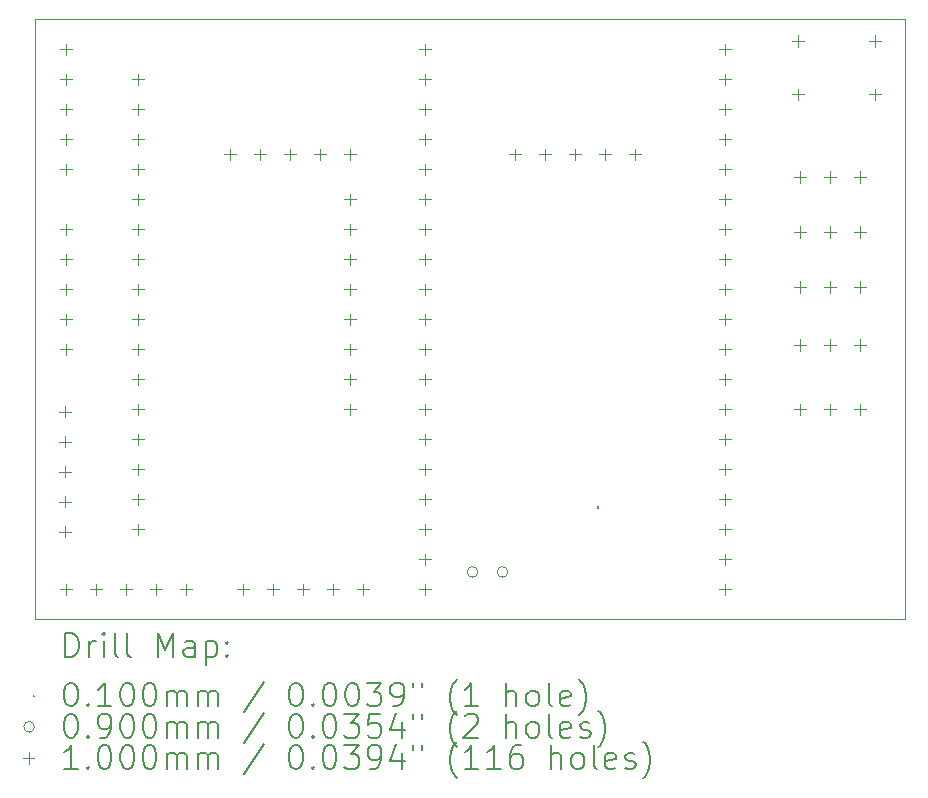
<source format=gbr>
%TF.GenerationSoftware,KiCad,Pcbnew,8.0.3*%
%TF.CreationDate,2024-07-02T19:52:40-05:00*%
%TF.ProjectId,lucidGloves,6c756369-6447-46c6-9f76-65732e6b6963,rev?*%
%TF.SameCoordinates,Original*%
%TF.FileFunction,Drillmap*%
%TF.FilePolarity,Positive*%
%FSLAX45Y45*%
G04 Gerber Fmt 4.5, Leading zero omitted, Abs format (unit mm)*
G04 Created by KiCad (PCBNEW 8.0.3) date 2024-07-02 19:52:40*
%MOMM*%
%LPD*%
G01*
G04 APERTURE LIST*
%ADD10C,0.100000*%
%ADD11C,0.200000*%
G04 APERTURE END LIST*
D10*
X14351000Y-5080000D02*
X21717000Y-5080000D01*
X21717000Y-10160000D01*
X14351000Y-10160000D01*
X14351000Y-5080000D01*
D11*
D10*
X19108500Y-9202500D02*
X19118500Y-9212500D01*
X19118500Y-9202500D02*
X19108500Y-9212500D01*
X18098229Y-9757549D02*
G75*
G02*
X18008229Y-9757549I-45000J0D01*
G01*
X18008229Y-9757549D02*
G75*
G02*
X18098229Y-9757549I45000J0D01*
G01*
X18352229Y-9757549D02*
G75*
G02*
X18262229Y-9757549I-45000J0D01*
G01*
X18262229Y-9757549D02*
G75*
G02*
X18352229Y-9757549I45000J0D01*
G01*
X14607500Y-8350000D02*
X14607500Y-8450000D01*
X14557500Y-8400000D02*
X14657500Y-8400000D01*
X14607500Y-8604000D02*
X14607500Y-8704000D01*
X14557500Y-8654000D02*
X14657500Y-8654000D01*
X14607500Y-8858000D02*
X14607500Y-8958000D01*
X14557500Y-8908000D02*
X14657500Y-8908000D01*
X14607500Y-9112000D02*
X14607500Y-9212000D01*
X14557500Y-9162000D02*
X14657500Y-9162000D01*
X14607500Y-9366000D02*
X14607500Y-9466000D01*
X14557500Y-9416000D02*
X14657500Y-9416000D01*
X14610000Y-5284000D02*
X14610000Y-5384000D01*
X14560000Y-5334000D02*
X14660000Y-5334000D01*
X14610000Y-5538000D02*
X14610000Y-5638000D01*
X14560000Y-5588000D02*
X14660000Y-5588000D01*
X14610000Y-5792000D02*
X14610000Y-5892000D01*
X14560000Y-5842000D02*
X14660000Y-5842000D01*
X14610000Y-6046000D02*
X14610000Y-6146000D01*
X14560000Y-6096000D02*
X14660000Y-6096000D01*
X14610000Y-6300000D02*
X14610000Y-6400000D01*
X14560000Y-6350000D02*
X14660000Y-6350000D01*
X14610000Y-6808000D02*
X14610000Y-6908000D01*
X14560000Y-6858000D02*
X14660000Y-6858000D01*
X14610000Y-7062000D02*
X14610000Y-7162000D01*
X14560000Y-7112000D02*
X14660000Y-7112000D01*
X14610000Y-7316000D02*
X14610000Y-7416000D01*
X14560000Y-7366000D02*
X14660000Y-7366000D01*
X14610000Y-7570000D02*
X14610000Y-7670000D01*
X14560000Y-7620000D02*
X14660000Y-7620000D01*
X14610000Y-7824000D02*
X14610000Y-7924000D01*
X14560000Y-7874000D02*
X14660000Y-7874000D01*
X14610000Y-9856000D02*
X14610000Y-9956000D01*
X14560000Y-9906000D02*
X14660000Y-9906000D01*
X14864000Y-9856000D02*
X14864000Y-9956000D01*
X14814000Y-9906000D02*
X14914000Y-9906000D01*
X15118000Y-9856000D02*
X15118000Y-9956000D01*
X15068000Y-9906000D02*
X15168000Y-9906000D01*
X15224000Y-5538000D02*
X15224000Y-5638000D01*
X15174000Y-5588000D02*
X15274000Y-5588000D01*
X15224000Y-5792000D02*
X15224000Y-5892000D01*
X15174000Y-5842000D02*
X15274000Y-5842000D01*
X15224000Y-6046000D02*
X15224000Y-6146000D01*
X15174000Y-6096000D02*
X15274000Y-6096000D01*
X15224000Y-6300000D02*
X15224000Y-6400000D01*
X15174000Y-6350000D02*
X15274000Y-6350000D01*
X15224000Y-6554000D02*
X15224000Y-6654000D01*
X15174000Y-6604000D02*
X15274000Y-6604000D01*
X15224000Y-6808000D02*
X15224000Y-6908000D01*
X15174000Y-6858000D02*
X15274000Y-6858000D01*
X15224000Y-7062000D02*
X15224000Y-7162000D01*
X15174000Y-7112000D02*
X15274000Y-7112000D01*
X15224000Y-7316000D02*
X15224000Y-7416000D01*
X15174000Y-7366000D02*
X15274000Y-7366000D01*
X15224000Y-7570000D02*
X15224000Y-7670000D01*
X15174000Y-7620000D02*
X15274000Y-7620000D01*
X15224000Y-7824000D02*
X15224000Y-7924000D01*
X15174000Y-7874000D02*
X15274000Y-7874000D01*
X15224000Y-8078000D02*
X15224000Y-8178000D01*
X15174000Y-8128000D02*
X15274000Y-8128000D01*
X15224000Y-8332000D02*
X15224000Y-8432000D01*
X15174000Y-8382000D02*
X15274000Y-8382000D01*
X15224000Y-8586000D02*
X15224000Y-8686000D01*
X15174000Y-8636000D02*
X15274000Y-8636000D01*
X15224000Y-8840000D02*
X15224000Y-8940000D01*
X15174000Y-8890000D02*
X15274000Y-8890000D01*
X15224000Y-9094000D02*
X15224000Y-9194000D01*
X15174000Y-9144000D02*
X15274000Y-9144000D01*
X15224000Y-9348000D02*
X15224000Y-9448000D01*
X15174000Y-9398000D02*
X15274000Y-9398000D01*
X15372000Y-9856000D02*
X15372000Y-9956000D01*
X15322000Y-9906000D02*
X15422000Y-9906000D01*
X15626000Y-9856000D02*
X15626000Y-9956000D01*
X15576000Y-9906000D02*
X15676000Y-9906000D01*
X16002000Y-6173000D02*
X16002000Y-6273000D01*
X15952000Y-6223000D02*
X16052000Y-6223000D01*
X16112000Y-9856000D02*
X16112000Y-9956000D01*
X16062000Y-9906000D02*
X16162000Y-9906000D01*
X16256000Y-6173000D02*
X16256000Y-6273000D01*
X16206000Y-6223000D02*
X16306000Y-6223000D01*
X16366000Y-9856000D02*
X16366000Y-9956000D01*
X16316000Y-9906000D02*
X16416000Y-9906000D01*
X16510000Y-6173000D02*
X16510000Y-6273000D01*
X16460000Y-6223000D02*
X16560000Y-6223000D01*
X16620000Y-9856000D02*
X16620000Y-9956000D01*
X16570000Y-9906000D02*
X16670000Y-9906000D01*
X16764000Y-6173000D02*
X16764000Y-6273000D01*
X16714000Y-6223000D02*
X16814000Y-6223000D01*
X16874000Y-9856000D02*
X16874000Y-9956000D01*
X16824000Y-9906000D02*
X16924000Y-9906000D01*
X17018000Y-6173000D02*
X17018000Y-6273000D01*
X16968000Y-6223000D02*
X17068000Y-6223000D01*
X17018000Y-6554000D02*
X17018000Y-6654000D01*
X16968000Y-6604000D02*
X17068000Y-6604000D01*
X17018000Y-6808000D02*
X17018000Y-6908000D01*
X16968000Y-6858000D02*
X17068000Y-6858000D01*
X17018000Y-7062000D02*
X17018000Y-7162000D01*
X16968000Y-7112000D02*
X17068000Y-7112000D01*
X17018000Y-7316000D02*
X17018000Y-7416000D01*
X16968000Y-7366000D02*
X17068000Y-7366000D01*
X17018000Y-7570000D02*
X17018000Y-7670000D01*
X16968000Y-7620000D02*
X17068000Y-7620000D01*
X17018000Y-7824000D02*
X17018000Y-7924000D01*
X16968000Y-7874000D02*
X17068000Y-7874000D01*
X17018000Y-8078000D02*
X17018000Y-8178000D01*
X16968000Y-8128000D02*
X17068000Y-8128000D01*
X17018000Y-8332000D02*
X17018000Y-8432000D01*
X16968000Y-8382000D02*
X17068000Y-8382000D01*
X17128000Y-9856000D02*
X17128000Y-9956000D01*
X17078000Y-9906000D02*
X17178000Y-9906000D01*
X17655500Y-5284000D02*
X17655500Y-5384000D01*
X17605500Y-5334000D02*
X17705500Y-5334000D01*
X17655500Y-5538000D02*
X17655500Y-5638000D01*
X17605500Y-5588000D02*
X17705500Y-5588000D01*
X17655500Y-5792000D02*
X17655500Y-5892000D01*
X17605500Y-5842000D02*
X17705500Y-5842000D01*
X17655500Y-6046000D02*
X17655500Y-6146000D01*
X17605500Y-6096000D02*
X17705500Y-6096000D01*
X17655500Y-6300000D02*
X17655500Y-6400000D01*
X17605500Y-6350000D02*
X17705500Y-6350000D01*
X17655500Y-6554000D02*
X17655500Y-6654000D01*
X17605500Y-6604000D02*
X17705500Y-6604000D01*
X17655500Y-6808000D02*
X17655500Y-6908000D01*
X17605500Y-6858000D02*
X17705500Y-6858000D01*
X17655500Y-7062000D02*
X17655500Y-7162000D01*
X17605500Y-7112000D02*
X17705500Y-7112000D01*
X17655500Y-7316000D02*
X17655500Y-7416000D01*
X17605500Y-7366000D02*
X17705500Y-7366000D01*
X17655500Y-7570000D02*
X17655500Y-7670000D01*
X17605500Y-7620000D02*
X17705500Y-7620000D01*
X17655500Y-7824000D02*
X17655500Y-7924000D01*
X17605500Y-7874000D02*
X17705500Y-7874000D01*
X17655500Y-8078000D02*
X17655500Y-8178000D01*
X17605500Y-8128000D02*
X17705500Y-8128000D01*
X17655500Y-8332000D02*
X17655500Y-8432000D01*
X17605500Y-8382000D02*
X17705500Y-8382000D01*
X17655500Y-8586000D02*
X17655500Y-8686000D01*
X17605500Y-8636000D02*
X17705500Y-8636000D01*
X17655500Y-8840000D02*
X17655500Y-8940000D01*
X17605500Y-8890000D02*
X17705500Y-8890000D01*
X17655500Y-9094000D02*
X17655500Y-9194000D01*
X17605500Y-9144000D02*
X17705500Y-9144000D01*
X17655500Y-9348000D02*
X17655500Y-9448000D01*
X17605500Y-9398000D02*
X17705500Y-9398000D01*
X17655500Y-9602000D02*
X17655500Y-9702000D01*
X17605500Y-9652000D02*
X17705500Y-9652000D01*
X17655500Y-9856000D02*
X17655500Y-9956000D01*
X17605500Y-9906000D02*
X17705500Y-9906000D01*
X18415500Y-6173000D02*
X18415500Y-6273000D01*
X18365500Y-6223000D02*
X18465500Y-6223000D01*
X18669500Y-6173000D02*
X18669500Y-6273000D01*
X18619500Y-6223000D02*
X18719500Y-6223000D01*
X18923500Y-6173000D02*
X18923500Y-6273000D01*
X18873500Y-6223000D02*
X18973500Y-6223000D01*
X19177500Y-6173000D02*
X19177500Y-6273000D01*
X19127500Y-6223000D02*
X19227500Y-6223000D01*
X19431500Y-6173000D02*
X19431500Y-6273000D01*
X19381500Y-6223000D02*
X19481500Y-6223000D01*
X20193000Y-5284000D02*
X20193000Y-5384000D01*
X20143000Y-5334000D02*
X20243000Y-5334000D01*
X20193000Y-5538000D02*
X20193000Y-5638000D01*
X20143000Y-5588000D02*
X20243000Y-5588000D01*
X20193000Y-5792000D02*
X20193000Y-5892000D01*
X20143000Y-5842000D02*
X20243000Y-5842000D01*
X20193000Y-6046000D02*
X20193000Y-6146000D01*
X20143000Y-6096000D02*
X20243000Y-6096000D01*
X20193000Y-6300000D02*
X20193000Y-6400000D01*
X20143000Y-6350000D02*
X20243000Y-6350000D01*
X20193000Y-6554000D02*
X20193000Y-6654000D01*
X20143000Y-6604000D02*
X20243000Y-6604000D01*
X20193000Y-6808000D02*
X20193000Y-6908000D01*
X20143000Y-6858000D02*
X20243000Y-6858000D01*
X20193000Y-7062000D02*
X20193000Y-7162000D01*
X20143000Y-7112000D02*
X20243000Y-7112000D01*
X20193000Y-7316000D02*
X20193000Y-7416000D01*
X20143000Y-7366000D02*
X20243000Y-7366000D01*
X20193000Y-7570000D02*
X20193000Y-7670000D01*
X20143000Y-7620000D02*
X20243000Y-7620000D01*
X20193000Y-7824000D02*
X20193000Y-7924000D01*
X20143000Y-7874000D02*
X20243000Y-7874000D01*
X20193000Y-8078000D02*
X20193000Y-8178000D01*
X20143000Y-8128000D02*
X20243000Y-8128000D01*
X20193000Y-8332000D02*
X20193000Y-8432000D01*
X20143000Y-8382000D02*
X20243000Y-8382000D01*
X20193000Y-8586000D02*
X20193000Y-8686000D01*
X20143000Y-8636000D02*
X20243000Y-8636000D01*
X20193000Y-8840000D02*
X20193000Y-8940000D01*
X20143000Y-8890000D02*
X20243000Y-8890000D01*
X20193000Y-9094000D02*
X20193000Y-9194000D01*
X20143000Y-9144000D02*
X20243000Y-9144000D01*
X20193000Y-9348000D02*
X20193000Y-9448000D01*
X20143000Y-9398000D02*
X20243000Y-9398000D01*
X20193000Y-9602000D02*
X20193000Y-9702000D01*
X20143000Y-9652000D02*
X20243000Y-9652000D01*
X20193000Y-9856000D02*
X20193000Y-9956000D01*
X20143000Y-9906000D02*
X20243000Y-9906000D01*
X20813000Y-5215000D02*
X20813000Y-5315000D01*
X20763000Y-5265000D02*
X20863000Y-5265000D01*
X20813000Y-5665000D02*
X20813000Y-5765000D01*
X20763000Y-5715000D02*
X20863000Y-5715000D01*
X20828000Y-6367000D02*
X20828000Y-6467000D01*
X20778000Y-6417000D02*
X20878000Y-6417000D01*
X20828000Y-6832000D02*
X20828000Y-6932000D01*
X20778000Y-6882000D02*
X20878000Y-6882000D01*
X20828000Y-7297000D02*
X20828000Y-7397000D01*
X20778000Y-7347000D02*
X20878000Y-7347000D01*
X20828000Y-7787500D02*
X20828000Y-7887500D01*
X20778000Y-7837500D02*
X20878000Y-7837500D01*
X20828000Y-8332000D02*
X20828000Y-8432000D01*
X20778000Y-8382000D02*
X20878000Y-8382000D01*
X21082000Y-6367000D02*
X21082000Y-6467000D01*
X21032000Y-6417000D02*
X21132000Y-6417000D01*
X21082000Y-6832000D02*
X21082000Y-6932000D01*
X21032000Y-6882000D02*
X21132000Y-6882000D01*
X21082000Y-7297000D02*
X21082000Y-7397000D01*
X21032000Y-7347000D02*
X21132000Y-7347000D01*
X21082000Y-7787500D02*
X21082000Y-7887500D01*
X21032000Y-7837500D02*
X21132000Y-7837500D01*
X21082000Y-8332000D02*
X21082000Y-8432000D01*
X21032000Y-8382000D02*
X21132000Y-8382000D01*
X21336000Y-6367000D02*
X21336000Y-6467000D01*
X21286000Y-6417000D02*
X21386000Y-6417000D01*
X21336000Y-6832000D02*
X21336000Y-6932000D01*
X21286000Y-6882000D02*
X21386000Y-6882000D01*
X21336000Y-7297000D02*
X21336000Y-7397000D01*
X21286000Y-7347000D02*
X21386000Y-7347000D01*
X21336000Y-7787500D02*
X21336000Y-7887500D01*
X21286000Y-7837500D02*
X21386000Y-7837500D01*
X21336000Y-8332000D02*
X21336000Y-8432000D01*
X21286000Y-8382000D02*
X21386000Y-8382000D01*
X21463000Y-5215000D02*
X21463000Y-5315000D01*
X21413000Y-5265000D02*
X21513000Y-5265000D01*
X21463000Y-5665000D02*
X21463000Y-5765000D01*
X21413000Y-5715000D02*
X21513000Y-5715000D01*
D11*
X14606777Y-10476484D02*
X14606777Y-10276484D01*
X14606777Y-10276484D02*
X14654396Y-10276484D01*
X14654396Y-10276484D02*
X14682967Y-10286008D01*
X14682967Y-10286008D02*
X14702015Y-10305055D01*
X14702015Y-10305055D02*
X14711539Y-10324103D01*
X14711539Y-10324103D02*
X14721062Y-10362198D01*
X14721062Y-10362198D02*
X14721062Y-10390770D01*
X14721062Y-10390770D02*
X14711539Y-10428865D01*
X14711539Y-10428865D02*
X14702015Y-10447912D01*
X14702015Y-10447912D02*
X14682967Y-10466960D01*
X14682967Y-10466960D02*
X14654396Y-10476484D01*
X14654396Y-10476484D02*
X14606777Y-10476484D01*
X14806777Y-10476484D02*
X14806777Y-10343150D01*
X14806777Y-10381246D02*
X14816301Y-10362198D01*
X14816301Y-10362198D02*
X14825824Y-10352674D01*
X14825824Y-10352674D02*
X14844872Y-10343150D01*
X14844872Y-10343150D02*
X14863920Y-10343150D01*
X14930586Y-10476484D02*
X14930586Y-10343150D01*
X14930586Y-10276484D02*
X14921062Y-10286008D01*
X14921062Y-10286008D02*
X14930586Y-10295531D01*
X14930586Y-10295531D02*
X14940110Y-10286008D01*
X14940110Y-10286008D02*
X14930586Y-10276484D01*
X14930586Y-10276484D02*
X14930586Y-10295531D01*
X15054396Y-10476484D02*
X15035348Y-10466960D01*
X15035348Y-10466960D02*
X15025824Y-10447912D01*
X15025824Y-10447912D02*
X15025824Y-10276484D01*
X15159158Y-10476484D02*
X15140110Y-10466960D01*
X15140110Y-10466960D02*
X15130586Y-10447912D01*
X15130586Y-10447912D02*
X15130586Y-10276484D01*
X15387729Y-10476484D02*
X15387729Y-10276484D01*
X15387729Y-10276484D02*
X15454396Y-10419341D01*
X15454396Y-10419341D02*
X15521062Y-10276484D01*
X15521062Y-10276484D02*
X15521062Y-10476484D01*
X15702015Y-10476484D02*
X15702015Y-10371722D01*
X15702015Y-10371722D02*
X15692491Y-10352674D01*
X15692491Y-10352674D02*
X15673443Y-10343150D01*
X15673443Y-10343150D02*
X15635348Y-10343150D01*
X15635348Y-10343150D02*
X15616301Y-10352674D01*
X15702015Y-10466960D02*
X15682967Y-10476484D01*
X15682967Y-10476484D02*
X15635348Y-10476484D01*
X15635348Y-10476484D02*
X15616301Y-10466960D01*
X15616301Y-10466960D02*
X15606777Y-10447912D01*
X15606777Y-10447912D02*
X15606777Y-10428865D01*
X15606777Y-10428865D02*
X15616301Y-10409817D01*
X15616301Y-10409817D02*
X15635348Y-10400293D01*
X15635348Y-10400293D02*
X15682967Y-10400293D01*
X15682967Y-10400293D02*
X15702015Y-10390770D01*
X15797253Y-10343150D02*
X15797253Y-10543150D01*
X15797253Y-10352674D02*
X15816301Y-10343150D01*
X15816301Y-10343150D02*
X15854396Y-10343150D01*
X15854396Y-10343150D02*
X15873443Y-10352674D01*
X15873443Y-10352674D02*
X15882967Y-10362198D01*
X15882967Y-10362198D02*
X15892491Y-10381246D01*
X15892491Y-10381246D02*
X15892491Y-10438389D01*
X15892491Y-10438389D02*
X15882967Y-10457436D01*
X15882967Y-10457436D02*
X15873443Y-10466960D01*
X15873443Y-10466960D02*
X15854396Y-10476484D01*
X15854396Y-10476484D02*
X15816301Y-10476484D01*
X15816301Y-10476484D02*
X15797253Y-10466960D01*
X15978205Y-10457436D02*
X15987729Y-10466960D01*
X15987729Y-10466960D02*
X15978205Y-10476484D01*
X15978205Y-10476484D02*
X15968682Y-10466960D01*
X15968682Y-10466960D02*
X15978205Y-10457436D01*
X15978205Y-10457436D02*
X15978205Y-10476484D01*
X15978205Y-10352674D02*
X15987729Y-10362198D01*
X15987729Y-10362198D02*
X15978205Y-10371722D01*
X15978205Y-10371722D02*
X15968682Y-10362198D01*
X15968682Y-10362198D02*
X15978205Y-10352674D01*
X15978205Y-10352674D02*
X15978205Y-10371722D01*
D10*
X14336000Y-10800000D02*
X14346000Y-10810000D01*
X14346000Y-10800000D02*
X14336000Y-10810000D01*
D11*
X14644872Y-10696484D02*
X14663920Y-10696484D01*
X14663920Y-10696484D02*
X14682967Y-10706008D01*
X14682967Y-10706008D02*
X14692491Y-10715531D01*
X14692491Y-10715531D02*
X14702015Y-10734579D01*
X14702015Y-10734579D02*
X14711539Y-10772674D01*
X14711539Y-10772674D02*
X14711539Y-10820293D01*
X14711539Y-10820293D02*
X14702015Y-10858389D01*
X14702015Y-10858389D02*
X14692491Y-10877436D01*
X14692491Y-10877436D02*
X14682967Y-10886960D01*
X14682967Y-10886960D02*
X14663920Y-10896484D01*
X14663920Y-10896484D02*
X14644872Y-10896484D01*
X14644872Y-10896484D02*
X14625824Y-10886960D01*
X14625824Y-10886960D02*
X14616301Y-10877436D01*
X14616301Y-10877436D02*
X14606777Y-10858389D01*
X14606777Y-10858389D02*
X14597253Y-10820293D01*
X14597253Y-10820293D02*
X14597253Y-10772674D01*
X14597253Y-10772674D02*
X14606777Y-10734579D01*
X14606777Y-10734579D02*
X14616301Y-10715531D01*
X14616301Y-10715531D02*
X14625824Y-10706008D01*
X14625824Y-10706008D02*
X14644872Y-10696484D01*
X14797253Y-10877436D02*
X14806777Y-10886960D01*
X14806777Y-10886960D02*
X14797253Y-10896484D01*
X14797253Y-10896484D02*
X14787729Y-10886960D01*
X14787729Y-10886960D02*
X14797253Y-10877436D01*
X14797253Y-10877436D02*
X14797253Y-10896484D01*
X14997253Y-10896484D02*
X14882967Y-10896484D01*
X14940110Y-10896484D02*
X14940110Y-10696484D01*
X14940110Y-10696484D02*
X14921062Y-10725055D01*
X14921062Y-10725055D02*
X14902015Y-10744103D01*
X14902015Y-10744103D02*
X14882967Y-10753627D01*
X15121062Y-10696484D02*
X15140110Y-10696484D01*
X15140110Y-10696484D02*
X15159158Y-10706008D01*
X15159158Y-10706008D02*
X15168682Y-10715531D01*
X15168682Y-10715531D02*
X15178205Y-10734579D01*
X15178205Y-10734579D02*
X15187729Y-10772674D01*
X15187729Y-10772674D02*
X15187729Y-10820293D01*
X15187729Y-10820293D02*
X15178205Y-10858389D01*
X15178205Y-10858389D02*
X15168682Y-10877436D01*
X15168682Y-10877436D02*
X15159158Y-10886960D01*
X15159158Y-10886960D02*
X15140110Y-10896484D01*
X15140110Y-10896484D02*
X15121062Y-10896484D01*
X15121062Y-10896484D02*
X15102015Y-10886960D01*
X15102015Y-10886960D02*
X15092491Y-10877436D01*
X15092491Y-10877436D02*
X15082967Y-10858389D01*
X15082967Y-10858389D02*
X15073443Y-10820293D01*
X15073443Y-10820293D02*
X15073443Y-10772674D01*
X15073443Y-10772674D02*
X15082967Y-10734579D01*
X15082967Y-10734579D02*
X15092491Y-10715531D01*
X15092491Y-10715531D02*
X15102015Y-10706008D01*
X15102015Y-10706008D02*
X15121062Y-10696484D01*
X15311539Y-10696484D02*
X15330586Y-10696484D01*
X15330586Y-10696484D02*
X15349634Y-10706008D01*
X15349634Y-10706008D02*
X15359158Y-10715531D01*
X15359158Y-10715531D02*
X15368682Y-10734579D01*
X15368682Y-10734579D02*
X15378205Y-10772674D01*
X15378205Y-10772674D02*
X15378205Y-10820293D01*
X15378205Y-10820293D02*
X15368682Y-10858389D01*
X15368682Y-10858389D02*
X15359158Y-10877436D01*
X15359158Y-10877436D02*
X15349634Y-10886960D01*
X15349634Y-10886960D02*
X15330586Y-10896484D01*
X15330586Y-10896484D02*
X15311539Y-10896484D01*
X15311539Y-10896484D02*
X15292491Y-10886960D01*
X15292491Y-10886960D02*
X15282967Y-10877436D01*
X15282967Y-10877436D02*
X15273443Y-10858389D01*
X15273443Y-10858389D02*
X15263920Y-10820293D01*
X15263920Y-10820293D02*
X15263920Y-10772674D01*
X15263920Y-10772674D02*
X15273443Y-10734579D01*
X15273443Y-10734579D02*
X15282967Y-10715531D01*
X15282967Y-10715531D02*
X15292491Y-10706008D01*
X15292491Y-10706008D02*
X15311539Y-10696484D01*
X15463920Y-10896484D02*
X15463920Y-10763150D01*
X15463920Y-10782198D02*
X15473443Y-10772674D01*
X15473443Y-10772674D02*
X15492491Y-10763150D01*
X15492491Y-10763150D02*
X15521063Y-10763150D01*
X15521063Y-10763150D02*
X15540110Y-10772674D01*
X15540110Y-10772674D02*
X15549634Y-10791722D01*
X15549634Y-10791722D02*
X15549634Y-10896484D01*
X15549634Y-10791722D02*
X15559158Y-10772674D01*
X15559158Y-10772674D02*
X15578205Y-10763150D01*
X15578205Y-10763150D02*
X15606777Y-10763150D01*
X15606777Y-10763150D02*
X15625824Y-10772674D01*
X15625824Y-10772674D02*
X15635348Y-10791722D01*
X15635348Y-10791722D02*
X15635348Y-10896484D01*
X15730586Y-10896484D02*
X15730586Y-10763150D01*
X15730586Y-10782198D02*
X15740110Y-10772674D01*
X15740110Y-10772674D02*
X15759158Y-10763150D01*
X15759158Y-10763150D02*
X15787729Y-10763150D01*
X15787729Y-10763150D02*
X15806777Y-10772674D01*
X15806777Y-10772674D02*
X15816301Y-10791722D01*
X15816301Y-10791722D02*
X15816301Y-10896484D01*
X15816301Y-10791722D02*
X15825824Y-10772674D01*
X15825824Y-10772674D02*
X15844872Y-10763150D01*
X15844872Y-10763150D02*
X15873443Y-10763150D01*
X15873443Y-10763150D02*
X15892491Y-10772674D01*
X15892491Y-10772674D02*
X15902015Y-10791722D01*
X15902015Y-10791722D02*
X15902015Y-10896484D01*
X16292491Y-10686960D02*
X16121063Y-10944103D01*
X16549634Y-10696484D02*
X16568682Y-10696484D01*
X16568682Y-10696484D02*
X16587729Y-10706008D01*
X16587729Y-10706008D02*
X16597253Y-10715531D01*
X16597253Y-10715531D02*
X16606777Y-10734579D01*
X16606777Y-10734579D02*
X16616301Y-10772674D01*
X16616301Y-10772674D02*
X16616301Y-10820293D01*
X16616301Y-10820293D02*
X16606777Y-10858389D01*
X16606777Y-10858389D02*
X16597253Y-10877436D01*
X16597253Y-10877436D02*
X16587729Y-10886960D01*
X16587729Y-10886960D02*
X16568682Y-10896484D01*
X16568682Y-10896484D02*
X16549634Y-10896484D01*
X16549634Y-10896484D02*
X16530586Y-10886960D01*
X16530586Y-10886960D02*
X16521063Y-10877436D01*
X16521063Y-10877436D02*
X16511539Y-10858389D01*
X16511539Y-10858389D02*
X16502015Y-10820293D01*
X16502015Y-10820293D02*
X16502015Y-10772674D01*
X16502015Y-10772674D02*
X16511539Y-10734579D01*
X16511539Y-10734579D02*
X16521063Y-10715531D01*
X16521063Y-10715531D02*
X16530586Y-10706008D01*
X16530586Y-10706008D02*
X16549634Y-10696484D01*
X16702015Y-10877436D02*
X16711539Y-10886960D01*
X16711539Y-10886960D02*
X16702015Y-10896484D01*
X16702015Y-10896484D02*
X16692491Y-10886960D01*
X16692491Y-10886960D02*
X16702015Y-10877436D01*
X16702015Y-10877436D02*
X16702015Y-10896484D01*
X16835348Y-10696484D02*
X16854396Y-10696484D01*
X16854396Y-10696484D02*
X16873444Y-10706008D01*
X16873444Y-10706008D02*
X16882968Y-10715531D01*
X16882968Y-10715531D02*
X16892491Y-10734579D01*
X16892491Y-10734579D02*
X16902015Y-10772674D01*
X16902015Y-10772674D02*
X16902015Y-10820293D01*
X16902015Y-10820293D02*
X16892491Y-10858389D01*
X16892491Y-10858389D02*
X16882968Y-10877436D01*
X16882968Y-10877436D02*
X16873444Y-10886960D01*
X16873444Y-10886960D02*
X16854396Y-10896484D01*
X16854396Y-10896484D02*
X16835348Y-10896484D01*
X16835348Y-10896484D02*
X16816301Y-10886960D01*
X16816301Y-10886960D02*
X16806777Y-10877436D01*
X16806777Y-10877436D02*
X16797253Y-10858389D01*
X16797253Y-10858389D02*
X16787729Y-10820293D01*
X16787729Y-10820293D02*
X16787729Y-10772674D01*
X16787729Y-10772674D02*
X16797253Y-10734579D01*
X16797253Y-10734579D02*
X16806777Y-10715531D01*
X16806777Y-10715531D02*
X16816301Y-10706008D01*
X16816301Y-10706008D02*
X16835348Y-10696484D01*
X17025825Y-10696484D02*
X17044872Y-10696484D01*
X17044872Y-10696484D02*
X17063920Y-10706008D01*
X17063920Y-10706008D02*
X17073444Y-10715531D01*
X17073444Y-10715531D02*
X17082968Y-10734579D01*
X17082968Y-10734579D02*
X17092491Y-10772674D01*
X17092491Y-10772674D02*
X17092491Y-10820293D01*
X17092491Y-10820293D02*
X17082968Y-10858389D01*
X17082968Y-10858389D02*
X17073444Y-10877436D01*
X17073444Y-10877436D02*
X17063920Y-10886960D01*
X17063920Y-10886960D02*
X17044872Y-10896484D01*
X17044872Y-10896484D02*
X17025825Y-10896484D01*
X17025825Y-10896484D02*
X17006777Y-10886960D01*
X17006777Y-10886960D02*
X16997253Y-10877436D01*
X16997253Y-10877436D02*
X16987729Y-10858389D01*
X16987729Y-10858389D02*
X16978206Y-10820293D01*
X16978206Y-10820293D02*
X16978206Y-10772674D01*
X16978206Y-10772674D02*
X16987729Y-10734579D01*
X16987729Y-10734579D02*
X16997253Y-10715531D01*
X16997253Y-10715531D02*
X17006777Y-10706008D01*
X17006777Y-10706008D02*
X17025825Y-10696484D01*
X17159158Y-10696484D02*
X17282968Y-10696484D01*
X17282968Y-10696484D02*
X17216301Y-10772674D01*
X17216301Y-10772674D02*
X17244872Y-10772674D01*
X17244872Y-10772674D02*
X17263920Y-10782198D01*
X17263920Y-10782198D02*
X17273444Y-10791722D01*
X17273444Y-10791722D02*
X17282968Y-10810770D01*
X17282968Y-10810770D02*
X17282968Y-10858389D01*
X17282968Y-10858389D02*
X17273444Y-10877436D01*
X17273444Y-10877436D02*
X17263920Y-10886960D01*
X17263920Y-10886960D02*
X17244872Y-10896484D01*
X17244872Y-10896484D02*
X17187729Y-10896484D01*
X17187729Y-10896484D02*
X17168682Y-10886960D01*
X17168682Y-10886960D02*
X17159158Y-10877436D01*
X17378206Y-10896484D02*
X17416301Y-10896484D01*
X17416301Y-10896484D02*
X17435349Y-10886960D01*
X17435349Y-10886960D02*
X17444872Y-10877436D01*
X17444872Y-10877436D02*
X17463920Y-10848865D01*
X17463920Y-10848865D02*
X17473444Y-10810770D01*
X17473444Y-10810770D02*
X17473444Y-10734579D01*
X17473444Y-10734579D02*
X17463920Y-10715531D01*
X17463920Y-10715531D02*
X17454396Y-10706008D01*
X17454396Y-10706008D02*
X17435349Y-10696484D01*
X17435349Y-10696484D02*
X17397253Y-10696484D01*
X17397253Y-10696484D02*
X17378206Y-10706008D01*
X17378206Y-10706008D02*
X17368682Y-10715531D01*
X17368682Y-10715531D02*
X17359158Y-10734579D01*
X17359158Y-10734579D02*
X17359158Y-10782198D01*
X17359158Y-10782198D02*
X17368682Y-10801246D01*
X17368682Y-10801246D02*
X17378206Y-10810770D01*
X17378206Y-10810770D02*
X17397253Y-10820293D01*
X17397253Y-10820293D02*
X17435349Y-10820293D01*
X17435349Y-10820293D02*
X17454396Y-10810770D01*
X17454396Y-10810770D02*
X17463920Y-10801246D01*
X17463920Y-10801246D02*
X17473444Y-10782198D01*
X17549634Y-10696484D02*
X17549634Y-10734579D01*
X17625825Y-10696484D02*
X17625825Y-10734579D01*
X17921063Y-10972674D02*
X17911539Y-10963150D01*
X17911539Y-10963150D02*
X17892491Y-10934579D01*
X17892491Y-10934579D02*
X17882968Y-10915531D01*
X17882968Y-10915531D02*
X17873444Y-10886960D01*
X17873444Y-10886960D02*
X17863920Y-10839341D01*
X17863920Y-10839341D02*
X17863920Y-10801246D01*
X17863920Y-10801246D02*
X17873444Y-10753627D01*
X17873444Y-10753627D02*
X17882968Y-10725055D01*
X17882968Y-10725055D02*
X17892491Y-10706008D01*
X17892491Y-10706008D02*
X17911539Y-10677436D01*
X17911539Y-10677436D02*
X17921063Y-10667912D01*
X18102015Y-10896484D02*
X17987730Y-10896484D01*
X18044872Y-10896484D02*
X18044872Y-10696484D01*
X18044872Y-10696484D02*
X18025825Y-10725055D01*
X18025825Y-10725055D02*
X18006777Y-10744103D01*
X18006777Y-10744103D02*
X17987730Y-10753627D01*
X18340111Y-10896484D02*
X18340111Y-10696484D01*
X18425825Y-10896484D02*
X18425825Y-10791722D01*
X18425825Y-10791722D02*
X18416301Y-10772674D01*
X18416301Y-10772674D02*
X18397253Y-10763150D01*
X18397253Y-10763150D02*
X18368682Y-10763150D01*
X18368682Y-10763150D02*
X18349634Y-10772674D01*
X18349634Y-10772674D02*
X18340111Y-10782198D01*
X18549634Y-10896484D02*
X18530587Y-10886960D01*
X18530587Y-10886960D02*
X18521063Y-10877436D01*
X18521063Y-10877436D02*
X18511539Y-10858389D01*
X18511539Y-10858389D02*
X18511539Y-10801246D01*
X18511539Y-10801246D02*
X18521063Y-10782198D01*
X18521063Y-10782198D02*
X18530587Y-10772674D01*
X18530587Y-10772674D02*
X18549634Y-10763150D01*
X18549634Y-10763150D02*
X18578206Y-10763150D01*
X18578206Y-10763150D02*
X18597253Y-10772674D01*
X18597253Y-10772674D02*
X18606777Y-10782198D01*
X18606777Y-10782198D02*
X18616301Y-10801246D01*
X18616301Y-10801246D02*
X18616301Y-10858389D01*
X18616301Y-10858389D02*
X18606777Y-10877436D01*
X18606777Y-10877436D02*
X18597253Y-10886960D01*
X18597253Y-10886960D02*
X18578206Y-10896484D01*
X18578206Y-10896484D02*
X18549634Y-10896484D01*
X18730587Y-10896484D02*
X18711539Y-10886960D01*
X18711539Y-10886960D02*
X18702015Y-10867912D01*
X18702015Y-10867912D02*
X18702015Y-10696484D01*
X18882968Y-10886960D02*
X18863920Y-10896484D01*
X18863920Y-10896484D02*
X18825825Y-10896484D01*
X18825825Y-10896484D02*
X18806777Y-10886960D01*
X18806777Y-10886960D02*
X18797253Y-10867912D01*
X18797253Y-10867912D02*
X18797253Y-10791722D01*
X18797253Y-10791722D02*
X18806777Y-10772674D01*
X18806777Y-10772674D02*
X18825825Y-10763150D01*
X18825825Y-10763150D02*
X18863920Y-10763150D01*
X18863920Y-10763150D02*
X18882968Y-10772674D01*
X18882968Y-10772674D02*
X18892492Y-10791722D01*
X18892492Y-10791722D02*
X18892492Y-10810770D01*
X18892492Y-10810770D02*
X18797253Y-10829817D01*
X18959158Y-10972674D02*
X18968682Y-10963150D01*
X18968682Y-10963150D02*
X18987730Y-10934579D01*
X18987730Y-10934579D02*
X18997253Y-10915531D01*
X18997253Y-10915531D02*
X19006777Y-10886960D01*
X19006777Y-10886960D02*
X19016301Y-10839341D01*
X19016301Y-10839341D02*
X19016301Y-10801246D01*
X19016301Y-10801246D02*
X19006777Y-10753627D01*
X19006777Y-10753627D02*
X18997253Y-10725055D01*
X18997253Y-10725055D02*
X18987730Y-10706008D01*
X18987730Y-10706008D02*
X18968682Y-10677436D01*
X18968682Y-10677436D02*
X18959158Y-10667912D01*
D10*
X14346000Y-11069000D02*
G75*
G02*
X14256000Y-11069000I-45000J0D01*
G01*
X14256000Y-11069000D02*
G75*
G02*
X14346000Y-11069000I45000J0D01*
G01*
D11*
X14644872Y-10960484D02*
X14663920Y-10960484D01*
X14663920Y-10960484D02*
X14682967Y-10970008D01*
X14682967Y-10970008D02*
X14692491Y-10979531D01*
X14692491Y-10979531D02*
X14702015Y-10998579D01*
X14702015Y-10998579D02*
X14711539Y-11036674D01*
X14711539Y-11036674D02*
X14711539Y-11084293D01*
X14711539Y-11084293D02*
X14702015Y-11122389D01*
X14702015Y-11122389D02*
X14692491Y-11141436D01*
X14692491Y-11141436D02*
X14682967Y-11150960D01*
X14682967Y-11150960D02*
X14663920Y-11160484D01*
X14663920Y-11160484D02*
X14644872Y-11160484D01*
X14644872Y-11160484D02*
X14625824Y-11150960D01*
X14625824Y-11150960D02*
X14616301Y-11141436D01*
X14616301Y-11141436D02*
X14606777Y-11122389D01*
X14606777Y-11122389D02*
X14597253Y-11084293D01*
X14597253Y-11084293D02*
X14597253Y-11036674D01*
X14597253Y-11036674D02*
X14606777Y-10998579D01*
X14606777Y-10998579D02*
X14616301Y-10979531D01*
X14616301Y-10979531D02*
X14625824Y-10970008D01*
X14625824Y-10970008D02*
X14644872Y-10960484D01*
X14797253Y-11141436D02*
X14806777Y-11150960D01*
X14806777Y-11150960D02*
X14797253Y-11160484D01*
X14797253Y-11160484D02*
X14787729Y-11150960D01*
X14787729Y-11150960D02*
X14797253Y-11141436D01*
X14797253Y-11141436D02*
X14797253Y-11160484D01*
X14902015Y-11160484D02*
X14940110Y-11160484D01*
X14940110Y-11160484D02*
X14959158Y-11150960D01*
X14959158Y-11150960D02*
X14968682Y-11141436D01*
X14968682Y-11141436D02*
X14987729Y-11112865D01*
X14987729Y-11112865D02*
X14997253Y-11074770D01*
X14997253Y-11074770D02*
X14997253Y-10998579D01*
X14997253Y-10998579D02*
X14987729Y-10979531D01*
X14987729Y-10979531D02*
X14978205Y-10970008D01*
X14978205Y-10970008D02*
X14959158Y-10960484D01*
X14959158Y-10960484D02*
X14921062Y-10960484D01*
X14921062Y-10960484D02*
X14902015Y-10970008D01*
X14902015Y-10970008D02*
X14892491Y-10979531D01*
X14892491Y-10979531D02*
X14882967Y-10998579D01*
X14882967Y-10998579D02*
X14882967Y-11046198D01*
X14882967Y-11046198D02*
X14892491Y-11065246D01*
X14892491Y-11065246D02*
X14902015Y-11074770D01*
X14902015Y-11074770D02*
X14921062Y-11084293D01*
X14921062Y-11084293D02*
X14959158Y-11084293D01*
X14959158Y-11084293D02*
X14978205Y-11074770D01*
X14978205Y-11074770D02*
X14987729Y-11065246D01*
X14987729Y-11065246D02*
X14997253Y-11046198D01*
X15121062Y-10960484D02*
X15140110Y-10960484D01*
X15140110Y-10960484D02*
X15159158Y-10970008D01*
X15159158Y-10970008D02*
X15168682Y-10979531D01*
X15168682Y-10979531D02*
X15178205Y-10998579D01*
X15178205Y-10998579D02*
X15187729Y-11036674D01*
X15187729Y-11036674D02*
X15187729Y-11084293D01*
X15187729Y-11084293D02*
X15178205Y-11122389D01*
X15178205Y-11122389D02*
X15168682Y-11141436D01*
X15168682Y-11141436D02*
X15159158Y-11150960D01*
X15159158Y-11150960D02*
X15140110Y-11160484D01*
X15140110Y-11160484D02*
X15121062Y-11160484D01*
X15121062Y-11160484D02*
X15102015Y-11150960D01*
X15102015Y-11150960D02*
X15092491Y-11141436D01*
X15092491Y-11141436D02*
X15082967Y-11122389D01*
X15082967Y-11122389D02*
X15073443Y-11084293D01*
X15073443Y-11084293D02*
X15073443Y-11036674D01*
X15073443Y-11036674D02*
X15082967Y-10998579D01*
X15082967Y-10998579D02*
X15092491Y-10979531D01*
X15092491Y-10979531D02*
X15102015Y-10970008D01*
X15102015Y-10970008D02*
X15121062Y-10960484D01*
X15311539Y-10960484D02*
X15330586Y-10960484D01*
X15330586Y-10960484D02*
X15349634Y-10970008D01*
X15349634Y-10970008D02*
X15359158Y-10979531D01*
X15359158Y-10979531D02*
X15368682Y-10998579D01*
X15368682Y-10998579D02*
X15378205Y-11036674D01*
X15378205Y-11036674D02*
X15378205Y-11084293D01*
X15378205Y-11084293D02*
X15368682Y-11122389D01*
X15368682Y-11122389D02*
X15359158Y-11141436D01*
X15359158Y-11141436D02*
X15349634Y-11150960D01*
X15349634Y-11150960D02*
X15330586Y-11160484D01*
X15330586Y-11160484D02*
X15311539Y-11160484D01*
X15311539Y-11160484D02*
X15292491Y-11150960D01*
X15292491Y-11150960D02*
X15282967Y-11141436D01*
X15282967Y-11141436D02*
X15273443Y-11122389D01*
X15273443Y-11122389D02*
X15263920Y-11084293D01*
X15263920Y-11084293D02*
X15263920Y-11036674D01*
X15263920Y-11036674D02*
X15273443Y-10998579D01*
X15273443Y-10998579D02*
X15282967Y-10979531D01*
X15282967Y-10979531D02*
X15292491Y-10970008D01*
X15292491Y-10970008D02*
X15311539Y-10960484D01*
X15463920Y-11160484D02*
X15463920Y-11027150D01*
X15463920Y-11046198D02*
X15473443Y-11036674D01*
X15473443Y-11036674D02*
X15492491Y-11027150D01*
X15492491Y-11027150D02*
X15521063Y-11027150D01*
X15521063Y-11027150D02*
X15540110Y-11036674D01*
X15540110Y-11036674D02*
X15549634Y-11055722D01*
X15549634Y-11055722D02*
X15549634Y-11160484D01*
X15549634Y-11055722D02*
X15559158Y-11036674D01*
X15559158Y-11036674D02*
X15578205Y-11027150D01*
X15578205Y-11027150D02*
X15606777Y-11027150D01*
X15606777Y-11027150D02*
X15625824Y-11036674D01*
X15625824Y-11036674D02*
X15635348Y-11055722D01*
X15635348Y-11055722D02*
X15635348Y-11160484D01*
X15730586Y-11160484D02*
X15730586Y-11027150D01*
X15730586Y-11046198D02*
X15740110Y-11036674D01*
X15740110Y-11036674D02*
X15759158Y-11027150D01*
X15759158Y-11027150D02*
X15787729Y-11027150D01*
X15787729Y-11027150D02*
X15806777Y-11036674D01*
X15806777Y-11036674D02*
X15816301Y-11055722D01*
X15816301Y-11055722D02*
X15816301Y-11160484D01*
X15816301Y-11055722D02*
X15825824Y-11036674D01*
X15825824Y-11036674D02*
X15844872Y-11027150D01*
X15844872Y-11027150D02*
X15873443Y-11027150D01*
X15873443Y-11027150D02*
X15892491Y-11036674D01*
X15892491Y-11036674D02*
X15902015Y-11055722D01*
X15902015Y-11055722D02*
X15902015Y-11160484D01*
X16292491Y-10950960D02*
X16121063Y-11208103D01*
X16549634Y-10960484D02*
X16568682Y-10960484D01*
X16568682Y-10960484D02*
X16587729Y-10970008D01*
X16587729Y-10970008D02*
X16597253Y-10979531D01*
X16597253Y-10979531D02*
X16606777Y-10998579D01*
X16606777Y-10998579D02*
X16616301Y-11036674D01*
X16616301Y-11036674D02*
X16616301Y-11084293D01*
X16616301Y-11084293D02*
X16606777Y-11122389D01*
X16606777Y-11122389D02*
X16597253Y-11141436D01*
X16597253Y-11141436D02*
X16587729Y-11150960D01*
X16587729Y-11150960D02*
X16568682Y-11160484D01*
X16568682Y-11160484D02*
X16549634Y-11160484D01*
X16549634Y-11160484D02*
X16530586Y-11150960D01*
X16530586Y-11150960D02*
X16521063Y-11141436D01*
X16521063Y-11141436D02*
X16511539Y-11122389D01*
X16511539Y-11122389D02*
X16502015Y-11084293D01*
X16502015Y-11084293D02*
X16502015Y-11036674D01*
X16502015Y-11036674D02*
X16511539Y-10998579D01*
X16511539Y-10998579D02*
X16521063Y-10979531D01*
X16521063Y-10979531D02*
X16530586Y-10970008D01*
X16530586Y-10970008D02*
X16549634Y-10960484D01*
X16702015Y-11141436D02*
X16711539Y-11150960D01*
X16711539Y-11150960D02*
X16702015Y-11160484D01*
X16702015Y-11160484D02*
X16692491Y-11150960D01*
X16692491Y-11150960D02*
X16702015Y-11141436D01*
X16702015Y-11141436D02*
X16702015Y-11160484D01*
X16835348Y-10960484D02*
X16854396Y-10960484D01*
X16854396Y-10960484D02*
X16873444Y-10970008D01*
X16873444Y-10970008D02*
X16882968Y-10979531D01*
X16882968Y-10979531D02*
X16892491Y-10998579D01*
X16892491Y-10998579D02*
X16902015Y-11036674D01*
X16902015Y-11036674D02*
X16902015Y-11084293D01*
X16902015Y-11084293D02*
X16892491Y-11122389D01*
X16892491Y-11122389D02*
X16882968Y-11141436D01*
X16882968Y-11141436D02*
X16873444Y-11150960D01*
X16873444Y-11150960D02*
X16854396Y-11160484D01*
X16854396Y-11160484D02*
X16835348Y-11160484D01*
X16835348Y-11160484D02*
X16816301Y-11150960D01*
X16816301Y-11150960D02*
X16806777Y-11141436D01*
X16806777Y-11141436D02*
X16797253Y-11122389D01*
X16797253Y-11122389D02*
X16787729Y-11084293D01*
X16787729Y-11084293D02*
X16787729Y-11036674D01*
X16787729Y-11036674D02*
X16797253Y-10998579D01*
X16797253Y-10998579D02*
X16806777Y-10979531D01*
X16806777Y-10979531D02*
X16816301Y-10970008D01*
X16816301Y-10970008D02*
X16835348Y-10960484D01*
X16968682Y-10960484D02*
X17092491Y-10960484D01*
X17092491Y-10960484D02*
X17025825Y-11036674D01*
X17025825Y-11036674D02*
X17054396Y-11036674D01*
X17054396Y-11036674D02*
X17073444Y-11046198D01*
X17073444Y-11046198D02*
X17082968Y-11055722D01*
X17082968Y-11055722D02*
X17092491Y-11074770D01*
X17092491Y-11074770D02*
X17092491Y-11122389D01*
X17092491Y-11122389D02*
X17082968Y-11141436D01*
X17082968Y-11141436D02*
X17073444Y-11150960D01*
X17073444Y-11150960D02*
X17054396Y-11160484D01*
X17054396Y-11160484D02*
X16997253Y-11160484D01*
X16997253Y-11160484D02*
X16978206Y-11150960D01*
X16978206Y-11150960D02*
X16968682Y-11141436D01*
X17273444Y-10960484D02*
X17178206Y-10960484D01*
X17178206Y-10960484D02*
X17168682Y-11055722D01*
X17168682Y-11055722D02*
X17178206Y-11046198D01*
X17178206Y-11046198D02*
X17197253Y-11036674D01*
X17197253Y-11036674D02*
X17244872Y-11036674D01*
X17244872Y-11036674D02*
X17263920Y-11046198D01*
X17263920Y-11046198D02*
X17273444Y-11055722D01*
X17273444Y-11055722D02*
X17282968Y-11074770D01*
X17282968Y-11074770D02*
X17282968Y-11122389D01*
X17282968Y-11122389D02*
X17273444Y-11141436D01*
X17273444Y-11141436D02*
X17263920Y-11150960D01*
X17263920Y-11150960D02*
X17244872Y-11160484D01*
X17244872Y-11160484D02*
X17197253Y-11160484D01*
X17197253Y-11160484D02*
X17178206Y-11150960D01*
X17178206Y-11150960D02*
X17168682Y-11141436D01*
X17454396Y-11027150D02*
X17454396Y-11160484D01*
X17406777Y-10950960D02*
X17359158Y-11093817D01*
X17359158Y-11093817D02*
X17482968Y-11093817D01*
X17549634Y-10960484D02*
X17549634Y-10998579D01*
X17625825Y-10960484D02*
X17625825Y-10998579D01*
X17921063Y-11236674D02*
X17911539Y-11227150D01*
X17911539Y-11227150D02*
X17892491Y-11198579D01*
X17892491Y-11198579D02*
X17882968Y-11179531D01*
X17882968Y-11179531D02*
X17873444Y-11150960D01*
X17873444Y-11150960D02*
X17863920Y-11103341D01*
X17863920Y-11103341D02*
X17863920Y-11065246D01*
X17863920Y-11065246D02*
X17873444Y-11017627D01*
X17873444Y-11017627D02*
X17882968Y-10989055D01*
X17882968Y-10989055D02*
X17892491Y-10970008D01*
X17892491Y-10970008D02*
X17911539Y-10941436D01*
X17911539Y-10941436D02*
X17921063Y-10931912D01*
X17987730Y-10979531D02*
X17997253Y-10970008D01*
X17997253Y-10970008D02*
X18016301Y-10960484D01*
X18016301Y-10960484D02*
X18063920Y-10960484D01*
X18063920Y-10960484D02*
X18082968Y-10970008D01*
X18082968Y-10970008D02*
X18092491Y-10979531D01*
X18092491Y-10979531D02*
X18102015Y-10998579D01*
X18102015Y-10998579D02*
X18102015Y-11017627D01*
X18102015Y-11017627D02*
X18092491Y-11046198D01*
X18092491Y-11046198D02*
X17978206Y-11160484D01*
X17978206Y-11160484D02*
X18102015Y-11160484D01*
X18340111Y-11160484D02*
X18340111Y-10960484D01*
X18425825Y-11160484D02*
X18425825Y-11055722D01*
X18425825Y-11055722D02*
X18416301Y-11036674D01*
X18416301Y-11036674D02*
X18397253Y-11027150D01*
X18397253Y-11027150D02*
X18368682Y-11027150D01*
X18368682Y-11027150D02*
X18349634Y-11036674D01*
X18349634Y-11036674D02*
X18340111Y-11046198D01*
X18549634Y-11160484D02*
X18530587Y-11150960D01*
X18530587Y-11150960D02*
X18521063Y-11141436D01*
X18521063Y-11141436D02*
X18511539Y-11122389D01*
X18511539Y-11122389D02*
X18511539Y-11065246D01*
X18511539Y-11065246D02*
X18521063Y-11046198D01*
X18521063Y-11046198D02*
X18530587Y-11036674D01*
X18530587Y-11036674D02*
X18549634Y-11027150D01*
X18549634Y-11027150D02*
X18578206Y-11027150D01*
X18578206Y-11027150D02*
X18597253Y-11036674D01*
X18597253Y-11036674D02*
X18606777Y-11046198D01*
X18606777Y-11046198D02*
X18616301Y-11065246D01*
X18616301Y-11065246D02*
X18616301Y-11122389D01*
X18616301Y-11122389D02*
X18606777Y-11141436D01*
X18606777Y-11141436D02*
X18597253Y-11150960D01*
X18597253Y-11150960D02*
X18578206Y-11160484D01*
X18578206Y-11160484D02*
X18549634Y-11160484D01*
X18730587Y-11160484D02*
X18711539Y-11150960D01*
X18711539Y-11150960D02*
X18702015Y-11131912D01*
X18702015Y-11131912D02*
X18702015Y-10960484D01*
X18882968Y-11150960D02*
X18863920Y-11160484D01*
X18863920Y-11160484D02*
X18825825Y-11160484D01*
X18825825Y-11160484D02*
X18806777Y-11150960D01*
X18806777Y-11150960D02*
X18797253Y-11131912D01*
X18797253Y-11131912D02*
X18797253Y-11055722D01*
X18797253Y-11055722D02*
X18806777Y-11036674D01*
X18806777Y-11036674D02*
X18825825Y-11027150D01*
X18825825Y-11027150D02*
X18863920Y-11027150D01*
X18863920Y-11027150D02*
X18882968Y-11036674D01*
X18882968Y-11036674D02*
X18892492Y-11055722D01*
X18892492Y-11055722D02*
X18892492Y-11074770D01*
X18892492Y-11074770D02*
X18797253Y-11093817D01*
X18968682Y-11150960D02*
X18987730Y-11160484D01*
X18987730Y-11160484D02*
X19025825Y-11160484D01*
X19025825Y-11160484D02*
X19044873Y-11150960D01*
X19044873Y-11150960D02*
X19054396Y-11131912D01*
X19054396Y-11131912D02*
X19054396Y-11122389D01*
X19054396Y-11122389D02*
X19044873Y-11103341D01*
X19044873Y-11103341D02*
X19025825Y-11093817D01*
X19025825Y-11093817D02*
X18997253Y-11093817D01*
X18997253Y-11093817D02*
X18978206Y-11084293D01*
X18978206Y-11084293D02*
X18968682Y-11065246D01*
X18968682Y-11065246D02*
X18968682Y-11055722D01*
X18968682Y-11055722D02*
X18978206Y-11036674D01*
X18978206Y-11036674D02*
X18997253Y-11027150D01*
X18997253Y-11027150D02*
X19025825Y-11027150D01*
X19025825Y-11027150D02*
X19044873Y-11036674D01*
X19121063Y-11236674D02*
X19130587Y-11227150D01*
X19130587Y-11227150D02*
X19149634Y-11198579D01*
X19149634Y-11198579D02*
X19159158Y-11179531D01*
X19159158Y-11179531D02*
X19168682Y-11150960D01*
X19168682Y-11150960D02*
X19178206Y-11103341D01*
X19178206Y-11103341D02*
X19178206Y-11065246D01*
X19178206Y-11065246D02*
X19168682Y-11017627D01*
X19168682Y-11017627D02*
X19159158Y-10989055D01*
X19159158Y-10989055D02*
X19149634Y-10970008D01*
X19149634Y-10970008D02*
X19130587Y-10941436D01*
X19130587Y-10941436D02*
X19121063Y-10931912D01*
D10*
X14296000Y-11283000D02*
X14296000Y-11383000D01*
X14246000Y-11333000D02*
X14346000Y-11333000D01*
D11*
X14711539Y-11424484D02*
X14597253Y-11424484D01*
X14654396Y-11424484D02*
X14654396Y-11224484D01*
X14654396Y-11224484D02*
X14635348Y-11253055D01*
X14635348Y-11253055D02*
X14616301Y-11272103D01*
X14616301Y-11272103D02*
X14597253Y-11281627D01*
X14797253Y-11405436D02*
X14806777Y-11414960D01*
X14806777Y-11414960D02*
X14797253Y-11424484D01*
X14797253Y-11424484D02*
X14787729Y-11414960D01*
X14787729Y-11414960D02*
X14797253Y-11405436D01*
X14797253Y-11405436D02*
X14797253Y-11424484D01*
X14930586Y-11224484D02*
X14949634Y-11224484D01*
X14949634Y-11224484D02*
X14968682Y-11234008D01*
X14968682Y-11234008D02*
X14978205Y-11243531D01*
X14978205Y-11243531D02*
X14987729Y-11262579D01*
X14987729Y-11262579D02*
X14997253Y-11300674D01*
X14997253Y-11300674D02*
X14997253Y-11348293D01*
X14997253Y-11348293D02*
X14987729Y-11386388D01*
X14987729Y-11386388D02*
X14978205Y-11405436D01*
X14978205Y-11405436D02*
X14968682Y-11414960D01*
X14968682Y-11414960D02*
X14949634Y-11424484D01*
X14949634Y-11424484D02*
X14930586Y-11424484D01*
X14930586Y-11424484D02*
X14911539Y-11414960D01*
X14911539Y-11414960D02*
X14902015Y-11405436D01*
X14902015Y-11405436D02*
X14892491Y-11386388D01*
X14892491Y-11386388D02*
X14882967Y-11348293D01*
X14882967Y-11348293D02*
X14882967Y-11300674D01*
X14882967Y-11300674D02*
X14892491Y-11262579D01*
X14892491Y-11262579D02*
X14902015Y-11243531D01*
X14902015Y-11243531D02*
X14911539Y-11234008D01*
X14911539Y-11234008D02*
X14930586Y-11224484D01*
X15121062Y-11224484D02*
X15140110Y-11224484D01*
X15140110Y-11224484D02*
X15159158Y-11234008D01*
X15159158Y-11234008D02*
X15168682Y-11243531D01*
X15168682Y-11243531D02*
X15178205Y-11262579D01*
X15178205Y-11262579D02*
X15187729Y-11300674D01*
X15187729Y-11300674D02*
X15187729Y-11348293D01*
X15187729Y-11348293D02*
X15178205Y-11386388D01*
X15178205Y-11386388D02*
X15168682Y-11405436D01*
X15168682Y-11405436D02*
X15159158Y-11414960D01*
X15159158Y-11414960D02*
X15140110Y-11424484D01*
X15140110Y-11424484D02*
X15121062Y-11424484D01*
X15121062Y-11424484D02*
X15102015Y-11414960D01*
X15102015Y-11414960D02*
X15092491Y-11405436D01*
X15092491Y-11405436D02*
X15082967Y-11386388D01*
X15082967Y-11386388D02*
X15073443Y-11348293D01*
X15073443Y-11348293D02*
X15073443Y-11300674D01*
X15073443Y-11300674D02*
X15082967Y-11262579D01*
X15082967Y-11262579D02*
X15092491Y-11243531D01*
X15092491Y-11243531D02*
X15102015Y-11234008D01*
X15102015Y-11234008D02*
X15121062Y-11224484D01*
X15311539Y-11224484D02*
X15330586Y-11224484D01*
X15330586Y-11224484D02*
X15349634Y-11234008D01*
X15349634Y-11234008D02*
X15359158Y-11243531D01*
X15359158Y-11243531D02*
X15368682Y-11262579D01*
X15368682Y-11262579D02*
X15378205Y-11300674D01*
X15378205Y-11300674D02*
X15378205Y-11348293D01*
X15378205Y-11348293D02*
X15368682Y-11386388D01*
X15368682Y-11386388D02*
X15359158Y-11405436D01*
X15359158Y-11405436D02*
X15349634Y-11414960D01*
X15349634Y-11414960D02*
X15330586Y-11424484D01*
X15330586Y-11424484D02*
X15311539Y-11424484D01*
X15311539Y-11424484D02*
X15292491Y-11414960D01*
X15292491Y-11414960D02*
X15282967Y-11405436D01*
X15282967Y-11405436D02*
X15273443Y-11386388D01*
X15273443Y-11386388D02*
X15263920Y-11348293D01*
X15263920Y-11348293D02*
X15263920Y-11300674D01*
X15263920Y-11300674D02*
X15273443Y-11262579D01*
X15273443Y-11262579D02*
X15282967Y-11243531D01*
X15282967Y-11243531D02*
X15292491Y-11234008D01*
X15292491Y-11234008D02*
X15311539Y-11224484D01*
X15463920Y-11424484D02*
X15463920Y-11291150D01*
X15463920Y-11310198D02*
X15473443Y-11300674D01*
X15473443Y-11300674D02*
X15492491Y-11291150D01*
X15492491Y-11291150D02*
X15521063Y-11291150D01*
X15521063Y-11291150D02*
X15540110Y-11300674D01*
X15540110Y-11300674D02*
X15549634Y-11319722D01*
X15549634Y-11319722D02*
X15549634Y-11424484D01*
X15549634Y-11319722D02*
X15559158Y-11300674D01*
X15559158Y-11300674D02*
X15578205Y-11291150D01*
X15578205Y-11291150D02*
X15606777Y-11291150D01*
X15606777Y-11291150D02*
X15625824Y-11300674D01*
X15625824Y-11300674D02*
X15635348Y-11319722D01*
X15635348Y-11319722D02*
X15635348Y-11424484D01*
X15730586Y-11424484D02*
X15730586Y-11291150D01*
X15730586Y-11310198D02*
X15740110Y-11300674D01*
X15740110Y-11300674D02*
X15759158Y-11291150D01*
X15759158Y-11291150D02*
X15787729Y-11291150D01*
X15787729Y-11291150D02*
X15806777Y-11300674D01*
X15806777Y-11300674D02*
X15816301Y-11319722D01*
X15816301Y-11319722D02*
X15816301Y-11424484D01*
X15816301Y-11319722D02*
X15825824Y-11300674D01*
X15825824Y-11300674D02*
X15844872Y-11291150D01*
X15844872Y-11291150D02*
X15873443Y-11291150D01*
X15873443Y-11291150D02*
X15892491Y-11300674D01*
X15892491Y-11300674D02*
X15902015Y-11319722D01*
X15902015Y-11319722D02*
X15902015Y-11424484D01*
X16292491Y-11214960D02*
X16121063Y-11472103D01*
X16549634Y-11224484D02*
X16568682Y-11224484D01*
X16568682Y-11224484D02*
X16587729Y-11234008D01*
X16587729Y-11234008D02*
X16597253Y-11243531D01*
X16597253Y-11243531D02*
X16606777Y-11262579D01*
X16606777Y-11262579D02*
X16616301Y-11300674D01*
X16616301Y-11300674D02*
X16616301Y-11348293D01*
X16616301Y-11348293D02*
X16606777Y-11386388D01*
X16606777Y-11386388D02*
X16597253Y-11405436D01*
X16597253Y-11405436D02*
X16587729Y-11414960D01*
X16587729Y-11414960D02*
X16568682Y-11424484D01*
X16568682Y-11424484D02*
X16549634Y-11424484D01*
X16549634Y-11424484D02*
X16530586Y-11414960D01*
X16530586Y-11414960D02*
X16521063Y-11405436D01*
X16521063Y-11405436D02*
X16511539Y-11386388D01*
X16511539Y-11386388D02*
X16502015Y-11348293D01*
X16502015Y-11348293D02*
X16502015Y-11300674D01*
X16502015Y-11300674D02*
X16511539Y-11262579D01*
X16511539Y-11262579D02*
X16521063Y-11243531D01*
X16521063Y-11243531D02*
X16530586Y-11234008D01*
X16530586Y-11234008D02*
X16549634Y-11224484D01*
X16702015Y-11405436D02*
X16711539Y-11414960D01*
X16711539Y-11414960D02*
X16702015Y-11424484D01*
X16702015Y-11424484D02*
X16692491Y-11414960D01*
X16692491Y-11414960D02*
X16702015Y-11405436D01*
X16702015Y-11405436D02*
X16702015Y-11424484D01*
X16835348Y-11224484D02*
X16854396Y-11224484D01*
X16854396Y-11224484D02*
X16873444Y-11234008D01*
X16873444Y-11234008D02*
X16882968Y-11243531D01*
X16882968Y-11243531D02*
X16892491Y-11262579D01*
X16892491Y-11262579D02*
X16902015Y-11300674D01*
X16902015Y-11300674D02*
X16902015Y-11348293D01*
X16902015Y-11348293D02*
X16892491Y-11386388D01*
X16892491Y-11386388D02*
X16882968Y-11405436D01*
X16882968Y-11405436D02*
X16873444Y-11414960D01*
X16873444Y-11414960D02*
X16854396Y-11424484D01*
X16854396Y-11424484D02*
X16835348Y-11424484D01*
X16835348Y-11424484D02*
X16816301Y-11414960D01*
X16816301Y-11414960D02*
X16806777Y-11405436D01*
X16806777Y-11405436D02*
X16797253Y-11386388D01*
X16797253Y-11386388D02*
X16787729Y-11348293D01*
X16787729Y-11348293D02*
X16787729Y-11300674D01*
X16787729Y-11300674D02*
X16797253Y-11262579D01*
X16797253Y-11262579D02*
X16806777Y-11243531D01*
X16806777Y-11243531D02*
X16816301Y-11234008D01*
X16816301Y-11234008D02*
X16835348Y-11224484D01*
X16968682Y-11224484D02*
X17092491Y-11224484D01*
X17092491Y-11224484D02*
X17025825Y-11300674D01*
X17025825Y-11300674D02*
X17054396Y-11300674D01*
X17054396Y-11300674D02*
X17073444Y-11310198D01*
X17073444Y-11310198D02*
X17082968Y-11319722D01*
X17082968Y-11319722D02*
X17092491Y-11338769D01*
X17092491Y-11338769D02*
X17092491Y-11386388D01*
X17092491Y-11386388D02*
X17082968Y-11405436D01*
X17082968Y-11405436D02*
X17073444Y-11414960D01*
X17073444Y-11414960D02*
X17054396Y-11424484D01*
X17054396Y-11424484D02*
X16997253Y-11424484D01*
X16997253Y-11424484D02*
X16978206Y-11414960D01*
X16978206Y-11414960D02*
X16968682Y-11405436D01*
X17187729Y-11424484D02*
X17225825Y-11424484D01*
X17225825Y-11424484D02*
X17244872Y-11414960D01*
X17244872Y-11414960D02*
X17254396Y-11405436D01*
X17254396Y-11405436D02*
X17273444Y-11376865D01*
X17273444Y-11376865D02*
X17282968Y-11338769D01*
X17282968Y-11338769D02*
X17282968Y-11262579D01*
X17282968Y-11262579D02*
X17273444Y-11243531D01*
X17273444Y-11243531D02*
X17263920Y-11234008D01*
X17263920Y-11234008D02*
X17244872Y-11224484D01*
X17244872Y-11224484D02*
X17206777Y-11224484D01*
X17206777Y-11224484D02*
X17187729Y-11234008D01*
X17187729Y-11234008D02*
X17178206Y-11243531D01*
X17178206Y-11243531D02*
X17168682Y-11262579D01*
X17168682Y-11262579D02*
X17168682Y-11310198D01*
X17168682Y-11310198D02*
X17178206Y-11329246D01*
X17178206Y-11329246D02*
X17187729Y-11338769D01*
X17187729Y-11338769D02*
X17206777Y-11348293D01*
X17206777Y-11348293D02*
X17244872Y-11348293D01*
X17244872Y-11348293D02*
X17263920Y-11338769D01*
X17263920Y-11338769D02*
X17273444Y-11329246D01*
X17273444Y-11329246D02*
X17282968Y-11310198D01*
X17454396Y-11291150D02*
X17454396Y-11424484D01*
X17406777Y-11214960D02*
X17359158Y-11357817D01*
X17359158Y-11357817D02*
X17482968Y-11357817D01*
X17549634Y-11224484D02*
X17549634Y-11262579D01*
X17625825Y-11224484D02*
X17625825Y-11262579D01*
X17921063Y-11500674D02*
X17911539Y-11491150D01*
X17911539Y-11491150D02*
X17892491Y-11462579D01*
X17892491Y-11462579D02*
X17882968Y-11443531D01*
X17882968Y-11443531D02*
X17873444Y-11414960D01*
X17873444Y-11414960D02*
X17863920Y-11367341D01*
X17863920Y-11367341D02*
X17863920Y-11329246D01*
X17863920Y-11329246D02*
X17873444Y-11281627D01*
X17873444Y-11281627D02*
X17882968Y-11253055D01*
X17882968Y-11253055D02*
X17892491Y-11234008D01*
X17892491Y-11234008D02*
X17911539Y-11205436D01*
X17911539Y-11205436D02*
X17921063Y-11195912D01*
X18102015Y-11424484D02*
X17987730Y-11424484D01*
X18044872Y-11424484D02*
X18044872Y-11224484D01*
X18044872Y-11224484D02*
X18025825Y-11253055D01*
X18025825Y-11253055D02*
X18006777Y-11272103D01*
X18006777Y-11272103D02*
X17987730Y-11281627D01*
X18292491Y-11424484D02*
X18178206Y-11424484D01*
X18235349Y-11424484D02*
X18235349Y-11224484D01*
X18235349Y-11224484D02*
X18216301Y-11253055D01*
X18216301Y-11253055D02*
X18197253Y-11272103D01*
X18197253Y-11272103D02*
X18178206Y-11281627D01*
X18463920Y-11224484D02*
X18425825Y-11224484D01*
X18425825Y-11224484D02*
X18406777Y-11234008D01*
X18406777Y-11234008D02*
X18397253Y-11243531D01*
X18397253Y-11243531D02*
X18378206Y-11272103D01*
X18378206Y-11272103D02*
X18368682Y-11310198D01*
X18368682Y-11310198D02*
X18368682Y-11386388D01*
X18368682Y-11386388D02*
X18378206Y-11405436D01*
X18378206Y-11405436D02*
X18387730Y-11414960D01*
X18387730Y-11414960D02*
X18406777Y-11424484D01*
X18406777Y-11424484D02*
X18444872Y-11424484D01*
X18444872Y-11424484D02*
X18463920Y-11414960D01*
X18463920Y-11414960D02*
X18473444Y-11405436D01*
X18473444Y-11405436D02*
X18482968Y-11386388D01*
X18482968Y-11386388D02*
X18482968Y-11338769D01*
X18482968Y-11338769D02*
X18473444Y-11319722D01*
X18473444Y-11319722D02*
X18463920Y-11310198D01*
X18463920Y-11310198D02*
X18444872Y-11300674D01*
X18444872Y-11300674D02*
X18406777Y-11300674D01*
X18406777Y-11300674D02*
X18387730Y-11310198D01*
X18387730Y-11310198D02*
X18378206Y-11319722D01*
X18378206Y-11319722D02*
X18368682Y-11338769D01*
X18721063Y-11424484D02*
X18721063Y-11224484D01*
X18806777Y-11424484D02*
X18806777Y-11319722D01*
X18806777Y-11319722D02*
X18797253Y-11300674D01*
X18797253Y-11300674D02*
X18778206Y-11291150D01*
X18778206Y-11291150D02*
X18749634Y-11291150D01*
X18749634Y-11291150D02*
X18730587Y-11300674D01*
X18730587Y-11300674D02*
X18721063Y-11310198D01*
X18930587Y-11424484D02*
X18911539Y-11414960D01*
X18911539Y-11414960D02*
X18902015Y-11405436D01*
X18902015Y-11405436D02*
X18892492Y-11386388D01*
X18892492Y-11386388D02*
X18892492Y-11329246D01*
X18892492Y-11329246D02*
X18902015Y-11310198D01*
X18902015Y-11310198D02*
X18911539Y-11300674D01*
X18911539Y-11300674D02*
X18930587Y-11291150D01*
X18930587Y-11291150D02*
X18959158Y-11291150D01*
X18959158Y-11291150D02*
X18978206Y-11300674D01*
X18978206Y-11300674D02*
X18987730Y-11310198D01*
X18987730Y-11310198D02*
X18997253Y-11329246D01*
X18997253Y-11329246D02*
X18997253Y-11386388D01*
X18997253Y-11386388D02*
X18987730Y-11405436D01*
X18987730Y-11405436D02*
X18978206Y-11414960D01*
X18978206Y-11414960D02*
X18959158Y-11424484D01*
X18959158Y-11424484D02*
X18930587Y-11424484D01*
X19111539Y-11424484D02*
X19092492Y-11414960D01*
X19092492Y-11414960D02*
X19082968Y-11395912D01*
X19082968Y-11395912D02*
X19082968Y-11224484D01*
X19263920Y-11414960D02*
X19244873Y-11424484D01*
X19244873Y-11424484D02*
X19206777Y-11424484D01*
X19206777Y-11424484D02*
X19187730Y-11414960D01*
X19187730Y-11414960D02*
X19178206Y-11395912D01*
X19178206Y-11395912D02*
X19178206Y-11319722D01*
X19178206Y-11319722D02*
X19187730Y-11300674D01*
X19187730Y-11300674D02*
X19206777Y-11291150D01*
X19206777Y-11291150D02*
X19244873Y-11291150D01*
X19244873Y-11291150D02*
X19263920Y-11300674D01*
X19263920Y-11300674D02*
X19273444Y-11319722D01*
X19273444Y-11319722D02*
X19273444Y-11338769D01*
X19273444Y-11338769D02*
X19178206Y-11357817D01*
X19349634Y-11414960D02*
X19368682Y-11424484D01*
X19368682Y-11424484D02*
X19406777Y-11424484D01*
X19406777Y-11424484D02*
X19425825Y-11414960D01*
X19425825Y-11414960D02*
X19435349Y-11395912D01*
X19435349Y-11395912D02*
X19435349Y-11386388D01*
X19435349Y-11386388D02*
X19425825Y-11367341D01*
X19425825Y-11367341D02*
X19406777Y-11357817D01*
X19406777Y-11357817D02*
X19378206Y-11357817D01*
X19378206Y-11357817D02*
X19359158Y-11348293D01*
X19359158Y-11348293D02*
X19349634Y-11329246D01*
X19349634Y-11329246D02*
X19349634Y-11319722D01*
X19349634Y-11319722D02*
X19359158Y-11300674D01*
X19359158Y-11300674D02*
X19378206Y-11291150D01*
X19378206Y-11291150D02*
X19406777Y-11291150D01*
X19406777Y-11291150D02*
X19425825Y-11300674D01*
X19502015Y-11500674D02*
X19511539Y-11491150D01*
X19511539Y-11491150D02*
X19530587Y-11462579D01*
X19530587Y-11462579D02*
X19540111Y-11443531D01*
X19540111Y-11443531D02*
X19549634Y-11414960D01*
X19549634Y-11414960D02*
X19559158Y-11367341D01*
X19559158Y-11367341D02*
X19559158Y-11329246D01*
X19559158Y-11329246D02*
X19549634Y-11281627D01*
X19549634Y-11281627D02*
X19540111Y-11253055D01*
X19540111Y-11253055D02*
X19530587Y-11234008D01*
X19530587Y-11234008D02*
X19511539Y-11205436D01*
X19511539Y-11205436D02*
X19502015Y-11195912D01*
M02*

</source>
